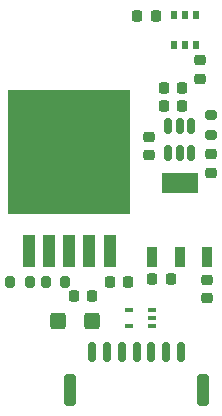
<source format=gts>
G04 #@! TF.GenerationSoftware,KiCad,Pcbnew,7.0.10*
G04 #@! TF.CreationDate,2024-08-16T14:30:36-05:00*
G04 #@! TF.ProjectId,DiffPCB,44696666-5043-4422-9e6b-696361645f70,rev?*
G04 #@! TF.SameCoordinates,Original*
G04 #@! TF.FileFunction,Soldermask,Top*
G04 #@! TF.FilePolarity,Negative*
%FSLAX46Y46*%
G04 Gerber Fmt 4.6, Leading zero omitted, Abs format (unit mm)*
G04 Created by KiCad (PCBNEW 7.0.10) date 2024-08-16 14:30:36*
%MOMM*%
%LPD*%
G01*
G04 APERTURE LIST*
G04 Aperture macros list*
%AMRoundRect*
0 Rectangle with rounded corners*
0 $1 Rounding radius*
0 $2 $3 $4 $5 $6 $7 $8 $9 X,Y pos of 4 corners*
0 Add a 4 corners polygon primitive as box body*
4,1,4,$2,$3,$4,$5,$6,$7,$8,$9,$2,$3,0*
0 Add four circle primitives for the rounded corners*
1,1,$1+$1,$2,$3*
1,1,$1+$1,$4,$5*
1,1,$1+$1,$6,$7*
1,1,$1+$1,$8,$9*
0 Add four rect primitives between the rounded corners*
20,1,$1+$1,$2,$3,$4,$5,0*
20,1,$1+$1,$4,$5,$6,$7,0*
20,1,$1+$1,$6,$7,$8,$9,0*
20,1,$1+$1,$8,$9,$2,$3,0*%
G04 Aperture macros list end*
%ADD10R,0.549999X0.800001*%
%ADD11RoundRect,0.225000X0.225000X0.250000X-0.225000X0.250000X-0.225000X-0.250000X0.225000X-0.250000X0*%
%ADD12RoundRect,0.225000X-0.225000X-0.250000X0.225000X-0.250000X0.225000X0.250000X-0.225000X0.250000X0*%
%ADD13RoundRect,0.150000X-0.150000X-0.700000X0.150000X-0.700000X0.150000X0.700000X-0.150000X0.700000X0*%
%ADD14RoundRect,0.250000X-0.250000X-1.100000X0.250000X-1.100000X0.250000X1.100000X-0.250000X1.100000X0*%
%ADD15RoundRect,0.225000X0.250000X-0.225000X0.250000X0.225000X-0.250000X0.225000X-0.250000X-0.225000X0*%
%ADD16RoundRect,0.200000X-0.200000X-0.275000X0.200000X-0.275000X0.200000X0.275000X-0.200000X0.275000X0*%
%ADD17RoundRect,0.250000X0.400000X0.450000X-0.400000X0.450000X-0.400000X-0.450000X0.400000X-0.450000X0*%
%ADD18RoundRect,0.225000X-0.250000X0.225000X-0.250000X-0.225000X0.250000X-0.225000X0.250000X0.225000X0*%
%ADD19R,1.016000X2.692400*%
%ADD20R,10.414000X10.464800*%
%ADD21RoundRect,0.150000X0.150000X-0.512500X0.150000X0.512500X-0.150000X0.512500X-0.150000X-0.512500X0*%
%ADD22R,0.650000X0.400000*%
%ADD23RoundRect,0.200000X-0.275000X0.200000X-0.275000X-0.200000X0.275000X-0.200000X0.275000X0.200000X0*%
%ADD24R,0.889000X1.765300*%
%ADD25R,3.149600X1.765300*%
G04 APERTURE END LIST*
D10*
X154554999Y-63910000D03*
X153604998Y-63910000D03*
X152655000Y-63910000D03*
X152655000Y-66460000D03*
X153604998Y-66460000D03*
X154554999Y-66460000D03*
D11*
X153355000Y-71600000D03*
X151805000Y-71600000D03*
D12*
X150840000Y-86290000D03*
X152390000Y-86290000D03*
D11*
X151129999Y-64030000D03*
X149579999Y-64030000D03*
X145750000Y-87730000D03*
X144200000Y-87730000D03*
D13*
X145765000Y-92490000D03*
X147015000Y-92490000D03*
X148265000Y-92490000D03*
X149515000Y-92490000D03*
X150765000Y-92490000D03*
X152015000Y-92490000D03*
X153265000Y-92490000D03*
D14*
X143915000Y-95690000D03*
X155115000Y-95690000D03*
D15*
X150585000Y-75805000D03*
X150585000Y-74255000D03*
D16*
X138795000Y-86540000D03*
X140445000Y-86540000D03*
X141815000Y-86530000D03*
X143465000Y-86530000D03*
D17*
X145752500Y-89810000D03*
X142852500Y-89810000D03*
D18*
X155825000Y-75715000D03*
X155825000Y-77265000D03*
X155505000Y-86360000D03*
X155505000Y-87910000D03*
D11*
X153355000Y-70070000D03*
X151805000Y-70070000D03*
D12*
X147270000Y-86500000D03*
X148820000Y-86500000D03*
D19*
X140417800Y-83940000D03*
X142119600Y-83940000D03*
X143821400Y-83940000D03*
X145523200Y-83940000D03*
X147225000Y-83940000D03*
D20*
X143821400Y-75507200D03*
D21*
X152205000Y-75600000D03*
X153155000Y-75600000D03*
X154105000Y-75600000D03*
X154105000Y-73325000D03*
X153155000Y-73325000D03*
X152205000Y-73325000D03*
D18*
X154885000Y-67765000D03*
X154885000Y-69315000D03*
D22*
X150805000Y-90230000D03*
X150805000Y-89580000D03*
X150805000Y-88930000D03*
X148905000Y-88930000D03*
X148905000Y-90230000D03*
D23*
X155795000Y-72415000D03*
X155795000Y-74065000D03*
D24*
X150853600Y-84395700D03*
X153165000Y-84395700D03*
X155476400Y-84395700D03*
D25*
X153165000Y-78160000D03*
M02*

</source>
